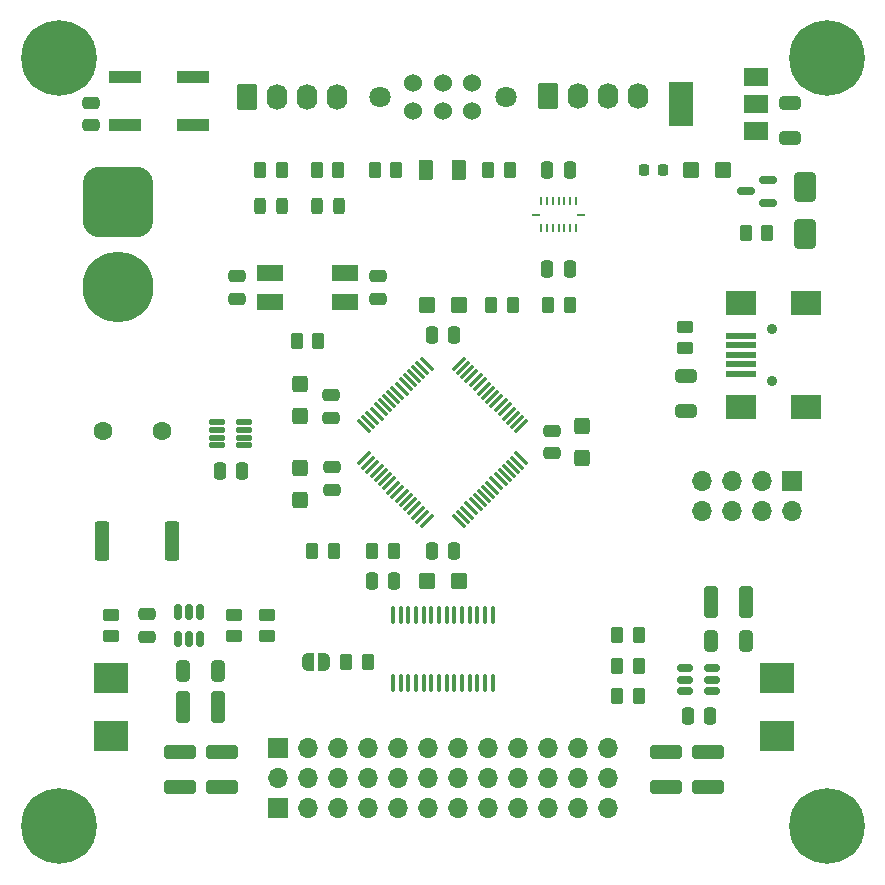
<source format=gbr>
%TF.GenerationSoftware,KiCad,Pcbnew,7.0.5*%
%TF.CreationDate,2023-12-13T15:43:58+01:00*%
%TF.ProjectId,Hexapod UGV v1.0,48657861-706f-4642-9055-47562076312e,rev?*%
%TF.SameCoordinates,Original*%
%TF.FileFunction,Soldermask,Top*%
%TF.FilePolarity,Negative*%
%FSLAX46Y46*%
G04 Gerber Fmt 4.6, Leading zero omitted, Abs format (unit mm)*
G04 Created by KiCad (PCBNEW 7.0.5) date 2023-12-13 15:43:58*
%MOMM*%
%LPD*%
G01*
G04 APERTURE LIST*
G04 Aperture macros list*
%AMRoundRect*
0 Rectangle with rounded corners*
0 $1 Rounding radius*
0 $2 $3 $4 $5 $6 $7 $8 $9 X,Y pos of 4 corners*
0 Add a 4 corners polygon primitive as box body*
4,1,4,$2,$3,$4,$5,$6,$7,$8,$9,$2,$3,0*
0 Add four circle primitives for the rounded corners*
1,1,$1+$1,$2,$3*
1,1,$1+$1,$4,$5*
1,1,$1+$1,$6,$7*
1,1,$1+$1,$8,$9*
0 Add four rect primitives between the rounded corners*
20,1,$1+$1,$2,$3,$4,$5,0*
20,1,$1+$1,$4,$5,$6,$7,0*
20,1,$1+$1,$6,$7,$8,$9,0*
20,1,$1+$1,$8,$9,$2,$3,0*%
%AMFreePoly0*
4,1,19,0.500000,-0.750000,0.000000,-0.750000,0.000000,-0.744911,-0.071157,-0.744911,-0.207708,-0.704816,-0.327430,-0.627875,-0.420627,-0.520320,-0.479746,-0.390866,-0.500000,-0.250000,-0.500000,0.250000,-0.479746,0.390866,-0.420627,0.520320,-0.327430,0.627875,-0.207708,0.704816,-0.071157,0.744911,0.000000,0.744911,0.000000,0.750000,0.500000,0.750000,0.500000,-0.750000,0.500000,-0.750000,
$1*%
%AMFreePoly1*
4,1,19,0.000000,0.744911,0.071157,0.744911,0.207708,0.704816,0.327430,0.627875,0.420627,0.520320,0.479746,0.390866,0.500000,0.250000,0.500000,-0.250000,0.479746,-0.390866,0.420627,-0.520320,0.327430,-0.627875,0.207708,-0.704816,0.071157,-0.744911,0.000000,-0.744911,0.000000,-0.750000,-0.500000,-0.750000,-0.500000,0.750000,0.000000,0.750000,0.000000,0.744911,0.000000,0.744911,
$1*%
G04 Aperture macros list end*
%ADD10R,0.250000X0.675000*%
%ADD11R,0.675000X0.250000*%
%ADD12RoundRect,0.125000X-0.537500X-0.125000X0.537500X-0.125000X0.537500X0.125000X-0.537500X0.125000X0*%
%ADD13C,3.600000*%
%ADD14C,6.400000*%
%ADD15RoundRect,0.250000X1.100000X-0.325000X1.100000X0.325000X-1.100000X0.325000X-1.100000X-0.325000X0*%
%ADD16C,0.900000*%
%ADD17R,2.500000X0.500000*%
%ADD18R,2.500000X2.000000*%
%ADD19RoundRect,0.250000X-0.262500X-0.450000X0.262500X-0.450000X0.262500X0.450000X-0.262500X0.450000X0*%
%ADD20RoundRect,0.150000X0.587500X0.150000X-0.587500X0.150000X-0.587500X-0.150000X0.587500X-0.150000X0*%
%ADD21RoundRect,0.250000X-0.375000X-0.625000X0.375000X-0.625000X0.375000X0.625000X-0.375000X0.625000X0*%
%ADD22RoundRect,0.250000X-0.475000X0.250000X-0.475000X-0.250000X0.475000X-0.250000X0.475000X0.250000X0*%
%ADD23RoundRect,0.250000X0.325000X0.650000X-0.325000X0.650000X-0.325000X-0.650000X0.325000X-0.650000X0*%
%ADD24RoundRect,0.150000X0.150000X-0.512500X0.150000X0.512500X-0.150000X0.512500X-0.150000X-0.512500X0*%
%ADD25RoundRect,0.250000X-0.650000X0.325000X-0.650000X-0.325000X0.650000X-0.325000X0.650000X0.325000X0*%
%ADD26RoundRect,0.250000X-0.250000X-0.475000X0.250000X-0.475000X0.250000X0.475000X-0.250000X0.475000X0*%
%ADD27R,1.700000X1.700000*%
%ADD28O,1.700000X1.700000*%
%ADD29FreePoly0,180.000000*%
%ADD30FreePoly1,180.000000*%
%ADD31RoundRect,0.250000X-0.620000X-0.845000X0.620000X-0.845000X0.620000X0.845000X-0.620000X0.845000X0*%
%ADD32O,1.740000X2.190000*%
%ADD33RoundRect,0.250000X0.262500X0.450000X-0.262500X0.450000X-0.262500X-0.450000X0.262500X-0.450000X0*%
%ADD34RoundRect,0.250000X0.475000X-0.250000X0.475000X0.250000X-0.475000X0.250000X-0.475000X-0.250000X0*%
%ADD35RoundRect,0.250000X-0.425000X0.450000X-0.425000X-0.450000X0.425000X-0.450000X0.425000X0.450000X0*%
%ADD36R,3.000000X2.500000*%
%ADD37RoundRect,0.250000X-0.362500X-1.425000X0.362500X-1.425000X0.362500X1.425000X-0.362500X1.425000X0*%
%ADD38RoundRect,0.075000X-0.548008X0.441942X0.441942X-0.548008X0.548008X-0.441942X-0.441942X0.548008X0*%
%ADD39RoundRect,0.075000X-0.548008X-0.441942X-0.441942X-0.548008X0.548008X0.441942X0.441942X0.548008X0*%
%ADD40C,1.800000*%
%ADD41C,1.524000*%
%ADD42RoundRect,0.250000X-0.450000X0.262500X-0.450000X-0.262500X0.450000X-0.262500X0.450000X0.262500X0*%
%ADD43RoundRect,0.250000X0.250000X0.475000X-0.250000X0.475000X-0.250000X-0.475000X0.250000X-0.475000X0*%
%ADD44RoundRect,0.243750X-0.243750X-0.456250X0.243750X-0.456250X0.243750X0.456250X-0.243750X0.456250X0*%
%ADD45R,2.000000X1.500000*%
%ADD46R,2.000000X3.800000*%
%ADD47RoundRect,1.500000X-1.500000X1.500000X-1.500000X-1.500000X1.500000X-1.500000X1.500000X1.500000X0*%
%ADD48C,6.000000*%
%ADD49RoundRect,0.150000X0.512500X0.150000X-0.512500X0.150000X-0.512500X-0.150000X0.512500X-0.150000X0*%
%ADD50RoundRect,0.250000X0.325000X1.100000X-0.325000X1.100000X-0.325000X-1.100000X0.325000X-1.100000X0*%
%ADD51RoundRect,0.250000X0.450000X-0.262500X0.450000X0.262500X-0.450000X0.262500X-0.450000X-0.262500X0*%
%ADD52RoundRect,0.250000X0.425000X-0.450000X0.425000X0.450000X-0.425000X0.450000X-0.425000X-0.450000X0*%
%ADD53RoundRect,0.250000X-0.325000X-1.100000X0.325000X-1.100000X0.325000X1.100000X-0.325000X1.100000X0*%
%ADD54R,2.750000X1.000000*%
%ADD55RoundRect,0.250000X-0.650000X1.000000X-0.650000X-1.000000X0.650000X-1.000000X0.650000X1.000000X0*%
%ADD56RoundRect,0.250000X0.450000X0.425000X-0.450000X0.425000X-0.450000X-0.425000X0.450000X-0.425000X0*%
%ADD57RoundRect,0.250000X-0.450000X-0.425000X0.450000X-0.425000X0.450000X0.425000X-0.450000X0.425000X0*%
%ADD58C,1.600000*%
%ADD59RoundRect,0.100000X0.100000X-0.637500X0.100000X0.637500X-0.100000X0.637500X-0.100000X-0.637500X0*%
%ADD60RoundRect,0.250000X-0.325000X-0.650000X0.325000X-0.650000X0.325000X0.650000X-0.325000X0.650000X0*%
%ADD61R,2.200000X1.400000*%
%ADD62RoundRect,0.218750X0.218750X0.256250X-0.218750X0.256250X-0.218750X-0.256250X0.218750X-0.256250X0*%
G04 APERTURE END LIST*
D10*
%TO.C,IC1*%
X143806000Y-79397000D03*
X143306000Y-79397000D03*
X142806000Y-79397000D03*
X142306000Y-79397000D03*
X141806000Y-79397000D03*
X141306000Y-79397000D03*
X140806000Y-79397000D03*
D11*
X140391000Y-78232000D03*
D10*
X140806000Y-77067000D03*
X141306000Y-77067000D03*
X141806000Y-77067000D03*
X142306000Y-77067000D03*
X142806000Y-77067000D03*
X143306000Y-77067000D03*
X143806000Y-77067000D03*
D11*
X144221000Y-78232000D03*
%TD*%
D12*
%TO.C,U6*%
X113416500Y-95799000D03*
X113416500Y-96449000D03*
X113416500Y-97099000D03*
X113416500Y-97749000D03*
X115691500Y-97749000D03*
X115691500Y-97099000D03*
X115691500Y-96449000D03*
X115691500Y-95799000D03*
%TD*%
D13*
%TO.C,H2*%
X100000000Y-130000000D03*
D14*
X100000000Y-130000000D03*
%TD*%
D15*
%TO.C,C21*%
X113792000Y-126697000D03*
X113792000Y-123747000D03*
%TD*%
D16*
%TO.C,J4*%
X160392000Y-92288000D03*
X160392000Y-87888000D03*
D17*
X157792000Y-91688000D03*
X157792000Y-90888000D03*
X157792000Y-90088000D03*
X157792000Y-89288000D03*
X157792000Y-88488000D03*
D18*
X157792000Y-94488000D03*
X163292000Y-94488000D03*
X157792000Y-85688000D03*
X163292000Y-85688000D03*
%TD*%
D19*
%TO.C,R9*%
X121466600Y-106680000D03*
X123291600Y-106680000D03*
%TD*%
D20*
%TO.C,Q1*%
X160020000Y-77211000D03*
X160020000Y-75311000D03*
X158145000Y-76261000D03*
%TD*%
D19*
%TO.C,R2*%
X120143500Y-88900000D03*
X121968500Y-88900000D03*
%TD*%
D21*
%TO.C,D3*%
X131100000Y-74422000D03*
X133900000Y-74422000D03*
%TD*%
D13*
%TO.C,H4*%
X165000000Y-130000000D03*
D14*
X165000000Y-130000000D03*
%TD*%
D22*
%TO.C,C20*%
X107442000Y-112080000D03*
X107442000Y-113980000D03*
%TD*%
D23*
%TO.C,C18*%
X113489000Y-116840000D03*
X110539000Y-116840000D03*
%TD*%
D24*
%TO.C,U4*%
X110048000Y-114167500D03*
X110998000Y-114167500D03*
X111948000Y-114167500D03*
X111948000Y-111892500D03*
X110998000Y-111892500D03*
X110048000Y-111892500D03*
%TD*%
D19*
%TO.C,R6*%
X136605000Y-85852000D03*
X138430000Y-85852000D03*
%TD*%
D25*
%TO.C,C16*%
X161925000Y-68805000D03*
X161925000Y-71755000D03*
%TD*%
D26*
%TO.C,C30*%
X141356000Y-82804000D03*
X143256000Y-82804000D03*
%TD*%
D27*
%TO.C,PWR1*%
X118530000Y-128500000D03*
D28*
X118530000Y-125960000D03*
X121070000Y-128500000D03*
X121070000Y-125960000D03*
X123610000Y-128500000D03*
X123610000Y-125960000D03*
X126150000Y-128500000D03*
X126150000Y-125960000D03*
X128690000Y-128500000D03*
X128690000Y-125960000D03*
X131230000Y-128500000D03*
X131230000Y-125960000D03*
X133770000Y-128500000D03*
X133770000Y-125960000D03*
X136310000Y-128500000D03*
X136310000Y-125960000D03*
X138850000Y-128500000D03*
X138850000Y-125960000D03*
X141390000Y-128500000D03*
X141390000Y-125960000D03*
X143930000Y-128500000D03*
X143930000Y-125960000D03*
X146470000Y-128500000D03*
X146470000Y-125960000D03*
%TD*%
D29*
%TO.C,JP1*%
X122428000Y-116078000D03*
D30*
X121128000Y-116078000D03*
%TD*%
D31*
%TO.C,J2*%
X115950000Y-68240000D03*
D32*
X118490000Y-68240000D03*
X121030000Y-68240000D03*
X123570000Y-68240000D03*
%TD*%
D33*
%TO.C,R3*%
X123673000Y-74422000D03*
X121848000Y-74422000D03*
%TD*%
D34*
%TO.C,C3*%
X115062000Y-85344000D03*
X115062000Y-83444000D03*
%TD*%
D31*
%TO.C,J3*%
X141430000Y-68220000D03*
D32*
X143970000Y-68220000D03*
X146510000Y-68220000D03*
X149050000Y-68220000D03*
%TD*%
D35*
%TO.C,C10*%
X144272000Y-96150000D03*
X144272000Y-98850000D03*
%TD*%
D27*
%TO.C,SIG1*%
X118530000Y-123420000D03*
D28*
X121070000Y-123420000D03*
X123610000Y-123420000D03*
X126150000Y-123420000D03*
X128690000Y-123420000D03*
X131230000Y-123420000D03*
X133770000Y-123420000D03*
X136310000Y-123420000D03*
X138850000Y-123420000D03*
X141390000Y-123420000D03*
X143930000Y-123420000D03*
X146470000Y-123420000D03*
%TD*%
D36*
%TO.C,L2*%
X160782000Y-117438000D03*
X160782000Y-122338000D03*
%TD*%
D26*
%TO.C,C29*%
X141356000Y-74422000D03*
X143256000Y-74422000D03*
%TD*%
D37*
%TO.C,R11*%
X103666700Y-105841800D03*
X109591700Y-105841800D03*
%TD*%
D36*
%TO.C,L1*%
X104394000Y-117438000D03*
X104394000Y-122338000D03*
%TD*%
D38*
%TO.C,U2*%
X131138819Y-90835519D03*
X130785266Y-91189072D03*
X130431713Y-91542625D03*
X130078159Y-91896179D03*
X129724606Y-92249732D03*
X129371052Y-92603286D03*
X129017499Y-92956839D03*
X128663946Y-93310392D03*
X128310392Y-93663946D03*
X127956839Y-94017499D03*
X127603286Y-94371052D03*
X127249732Y-94724606D03*
X126896179Y-95078159D03*
X126542625Y-95431713D03*
X126189072Y-95785266D03*
X125835519Y-96138819D03*
D39*
X125835519Y-98861181D03*
X126189072Y-99214734D03*
X126542625Y-99568287D03*
X126896179Y-99921841D03*
X127249732Y-100275394D03*
X127603286Y-100628948D03*
X127956839Y-100982501D03*
X128310392Y-101336054D03*
X128663946Y-101689608D03*
X129017499Y-102043161D03*
X129371052Y-102396714D03*
X129724606Y-102750268D03*
X130078159Y-103103821D03*
X130431713Y-103457375D03*
X130785266Y-103810928D03*
X131138819Y-104164481D03*
D38*
X133861181Y-104164481D03*
X134214734Y-103810928D03*
X134568287Y-103457375D03*
X134921841Y-103103821D03*
X135275394Y-102750268D03*
X135628948Y-102396714D03*
X135982501Y-102043161D03*
X136336054Y-101689608D03*
X136689608Y-101336054D03*
X137043161Y-100982501D03*
X137396714Y-100628948D03*
X137750268Y-100275394D03*
X138103821Y-99921841D03*
X138457375Y-99568287D03*
X138810928Y-99214734D03*
X139164481Y-98861181D03*
D39*
X139164481Y-96138819D03*
X138810928Y-95785266D03*
X138457375Y-95431713D03*
X138103821Y-95078159D03*
X137750268Y-94724606D03*
X137396714Y-94371052D03*
X137043161Y-94017499D03*
X136689608Y-93663946D03*
X136336054Y-93310392D03*
X135982501Y-92956839D03*
X135628948Y-92603286D03*
X135275394Y-92249732D03*
X134921841Y-91896179D03*
X134568287Y-91542625D03*
X134214734Y-91189072D03*
X133861181Y-90835519D03*
%TD*%
D40*
%TO.C,SW2*%
X127150000Y-68250000D03*
X137850000Y-68250000D03*
D41*
X130000000Y-67050000D03*
X132500000Y-67050000D03*
X135000000Y-67050000D03*
X130000000Y-69450000D03*
X132500000Y-69450000D03*
X135000000Y-69450000D03*
%TD*%
D19*
%TO.C,R17*%
X147273000Y-116408200D03*
X149098000Y-116408200D03*
%TD*%
D42*
%TO.C,R14*%
X114808000Y-112117500D03*
X114808000Y-113942500D03*
%TD*%
D43*
%TO.C,C25*%
X155128000Y-120650000D03*
X153228000Y-120650000D03*
%TD*%
D25*
%TO.C,C13*%
X153060400Y-91870000D03*
X153060400Y-94820000D03*
%TD*%
D44*
%TO.C,D2*%
X116997000Y-77470000D03*
X118872000Y-77470000D03*
%TD*%
D43*
%TO.C,C5*%
X133450000Y-88392000D03*
X131550000Y-88392000D03*
%TD*%
D19*
%TO.C,A1*%
X124309500Y-116078000D03*
X126134500Y-116078000D03*
%TD*%
%TO.C,R16*%
X147273000Y-113792000D03*
X149098000Y-113792000D03*
%TD*%
D33*
%TO.C,R7*%
X143256000Y-85852000D03*
X141431000Y-85852000D03*
%TD*%
D26*
%TO.C,C8*%
X131550000Y-106680000D03*
X133450000Y-106680000D03*
%TD*%
D13*
%TO.C,H3*%
X165000000Y-65000000D03*
D14*
X165000000Y-65000000D03*
%TD*%
D33*
%TO.C,R10*%
X128571000Y-74422000D03*
X126746000Y-74422000D03*
%TD*%
D45*
%TO.C,U3*%
X159004000Y-71134000D03*
X159004000Y-68834000D03*
D46*
X152704000Y-68834000D03*
D45*
X159004000Y-66534000D03*
%TD*%
D47*
%TO.C,J5*%
X104978200Y-77172000D03*
D48*
X104978200Y-84372000D03*
%TD*%
D33*
%TO.C,R12*%
X159994600Y-79756000D03*
X158169600Y-79756000D03*
%TD*%
D49*
%TO.C,U5*%
X155315501Y-118552000D03*
X155315501Y-117602000D03*
X155315501Y-116652000D03*
X153040501Y-116652000D03*
X153040501Y-117602000D03*
X153040501Y-118552000D03*
%TD*%
D27*
%TO.C,J1*%
X162052000Y-100818000D03*
D28*
X162052000Y-103358000D03*
X159512000Y-100818000D03*
X159512000Y-103358000D03*
X156972000Y-100818000D03*
X156972000Y-103358000D03*
X154432000Y-100818000D03*
X154432000Y-103358000D03*
%TD*%
D43*
%TO.C,C31*%
X126471600Y-109220000D03*
X128371600Y-109220000D03*
%TD*%
D50*
%TO.C,C17*%
X113489000Y-119888000D03*
X110539000Y-119888000D03*
%TD*%
D51*
%TO.C,R15*%
X117602000Y-113942500D03*
X117602000Y-112117500D03*
%TD*%
D52*
%TO.C,C11*%
X120396000Y-95250000D03*
X120396000Y-92550000D03*
%TD*%
D53*
%TO.C,C23*%
X155243000Y-110998000D03*
X158193000Y-110998000D03*
%TD*%
D19*
%TO.C,R18*%
X147273000Y-118999000D03*
X149098000Y-118999000D03*
%TD*%
D54*
%TO.C,SW1*%
X111333001Y-70612000D03*
X105582999Y-70612000D03*
X111333001Y-66611998D03*
X105582999Y-66611998D03*
%TD*%
D55*
%TO.C,D4*%
X163195000Y-75851000D03*
X163195000Y-79851000D03*
%TD*%
D13*
%TO.C,H1*%
X100000000Y-65000000D03*
D14*
X100000000Y-65000000D03*
%TD*%
D15*
%TO.C,C27*%
X154940000Y-126697000D03*
X154940000Y-123747000D03*
%TD*%
D22*
%TO.C,C4*%
X123139200Y-99634000D03*
X123139200Y-101534000D03*
%TD*%
D34*
%TO.C,C6*%
X141732000Y-98450000D03*
X141732000Y-96550000D03*
%TD*%
D56*
%TO.C,C12*%
X133850000Y-109220000D03*
X131150000Y-109220000D03*
%TD*%
D57*
%TO.C,C19*%
X153510000Y-74422000D03*
X156210000Y-74422000D03*
%TD*%
D22*
%TO.C,C7*%
X123063000Y-93512600D03*
X123063000Y-95412600D03*
%TD*%
D58*
%TO.C,C15*%
X103697400Y-96545400D03*
X108697400Y-96545400D03*
%TD*%
D33*
%TO.C,R8*%
X128334100Y-106680000D03*
X126509100Y-106680000D03*
%TD*%
D59*
%TO.C,U7*%
X128275000Y-117856000D03*
X128925000Y-117856000D03*
X129575000Y-117856000D03*
X130225000Y-117856000D03*
X130875000Y-117856000D03*
X131525000Y-117856000D03*
X132175000Y-117856000D03*
X132825000Y-117856000D03*
X133475000Y-117856000D03*
X134125000Y-117856000D03*
X134775000Y-117856000D03*
X135425000Y-117856000D03*
X136075000Y-117856000D03*
X136725000Y-117856000D03*
X136725000Y-112131000D03*
X136075000Y-112131000D03*
X135425000Y-112131000D03*
X134775000Y-112131000D03*
X134125000Y-112131000D03*
X133475000Y-112131000D03*
X132825000Y-112131000D03*
X132175000Y-112131000D03*
X131525000Y-112131000D03*
X130875000Y-112131000D03*
X130225000Y-112131000D03*
X129575000Y-112131000D03*
X128925000Y-112131000D03*
X128275000Y-112131000D03*
%TD*%
D57*
%TO.C,C9*%
X131150000Y-85852000D03*
X133850000Y-85852000D03*
%TD*%
D60*
%TO.C,C24*%
X155243000Y-114300000D03*
X158193000Y-114300000D03*
%TD*%
D19*
%TO.C,R1*%
X136351000Y-74422000D03*
X138176000Y-74422000D03*
%TD*%
D34*
%TO.C,C1*%
X102743000Y-70673000D03*
X102743000Y-68773000D03*
%TD*%
D42*
%TO.C,R13*%
X104394000Y-112117500D03*
X104394000Y-113942500D03*
%TD*%
D33*
%TO.C,R4*%
X118872000Y-74422000D03*
X117047000Y-74422000D03*
%TD*%
D44*
%TO.C,D1*%
X121823000Y-77470000D03*
X123698000Y-77470000D03*
%TD*%
D34*
%TO.C,C2*%
X127000000Y-85344000D03*
X127000000Y-83444000D03*
%TD*%
D43*
%TO.C,C28*%
X115504000Y-99948500D03*
X113604000Y-99948500D03*
%TD*%
D52*
%TO.C,C14*%
X120396000Y-102416600D03*
X120396000Y-99716600D03*
%TD*%
D42*
%TO.C,R5*%
X153035000Y-87708100D03*
X153035000Y-89533100D03*
%TD*%
D15*
%TO.C,C26*%
X151384000Y-126697000D03*
X151384000Y-123747000D03*
%TD*%
D61*
%TO.C,Y1*%
X124206000Y-83144000D03*
X117906000Y-83144000D03*
X117906000Y-85644000D03*
X124206000Y-85644000D03*
%TD*%
D15*
%TO.C,C22*%
X110236000Y-126697000D03*
X110236000Y-123747000D03*
%TD*%
D62*
%TO.C,FB1*%
X151155500Y-74422000D03*
X149580500Y-74422000D03*
%TD*%
M02*

</source>
